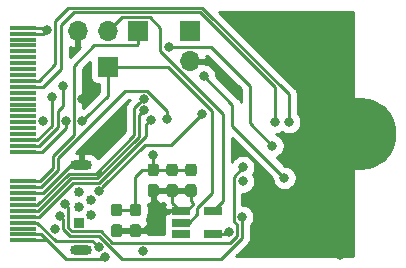
<source format=gbr>
G04 #@! TF.GenerationSoftware,KiCad,Pcbnew,5.1.4-3.fc30*
G04 #@! TF.CreationDate,2019-12-03T21:39:27-05:00*
G04 #@! TF.ProjectId,librem5-m2-breakout,6c696272-656d-4352-9d6d-322d62726561,rev?*
G04 #@! TF.SameCoordinates,Original*
G04 #@! TF.FileFunction,Copper,L4,Bot*
G04 #@! TF.FilePolarity,Positive*
%FSLAX46Y46*%
G04 Gerber Fmt 4.6, Leading zero omitted, Abs format (unit mm)*
G04 Created by KiCad (PCBNEW 5.1.4-3.fc30) date 2019-12-03 21:39:27*
%MOMM*%
%LPD*%
G04 APERTURE LIST*
%ADD10R,1.700000X1.700000*%
%ADD11O,1.700000X1.700000*%
%ADD12C,0.100000*%
%ADD13C,0.950000*%
%ADD14C,6.150000*%
%ADD15R,2.200000X0.350000*%
%ADD16R,1.560000X0.650000*%
%ADD17R,0.840000X0.840000*%
%ADD18C,0.840000*%
%ADD19O,1.850000X0.850000*%
%ADD20C,0.800000*%
%ADD21C,0.250000*%
%ADD22C,0.254000*%
G04 APERTURE END LIST*
D10*
X130000000Y-86300000D03*
D11*
X127460000Y-86300000D03*
X124920000Y-86300000D03*
D10*
X127460000Y-89300000D03*
D12*
G36*
X130060779Y-100901144D02*
G01*
X130083834Y-100904563D01*
X130106443Y-100910227D01*
X130128387Y-100918079D01*
X130149457Y-100928044D01*
X130169448Y-100940026D01*
X130188168Y-100953910D01*
X130205438Y-100969562D01*
X130221090Y-100986832D01*
X130234974Y-101005552D01*
X130246956Y-101025543D01*
X130256921Y-101046613D01*
X130264773Y-101068557D01*
X130270437Y-101091166D01*
X130273856Y-101114221D01*
X130275000Y-101137500D01*
X130275000Y-101712500D01*
X130273856Y-101735779D01*
X130270437Y-101758834D01*
X130264773Y-101781443D01*
X130256921Y-101803387D01*
X130246956Y-101824457D01*
X130234974Y-101844448D01*
X130221090Y-101863168D01*
X130205438Y-101880438D01*
X130188168Y-101896090D01*
X130169448Y-101909974D01*
X130149457Y-101921956D01*
X130128387Y-101931921D01*
X130106443Y-101939773D01*
X130083834Y-101945437D01*
X130060779Y-101948856D01*
X130037500Y-101950000D01*
X129562500Y-101950000D01*
X129539221Y-101948856D01*
X129516166Y-101945437D01*
X129493557Y-101939773D01*
X129471613Y-101931921D01*
X129450543Y-101921956D01*
X129430552Y-101909974D01*
X129411832Y-101896090D01*
X129394562Y-101880438D01*
X129378910Y-101863168D01*
X129365026Y-101844448D01*
X129353044Y-101824457D01*
X129343079Y-101803387D01*
X129335227Y-101781443D01*
X129329563Y-101758834D01*
X129326144Y-101735779D01*
X129325000Y-101712500D01*
X129325000Y-101137500D01*
X129326144Y-101114221D01*
X129329563Y-101091166D01*
X129335227Y-101068557D01*
X129343079Y-101046613D01*
X129353044Y-101025543D01*
X129365026Y-101005552D01*
X129378910Y-100986832D01*
X129394562Y-100969562D01*
X129411832Y-100953910D01*
X129430552Y-100940026D01*
X129450543Y-100928044D01*
X129471613Y-100918079D01*
X129493557Y-100910227D01*
X129516166Y-100904563D01*
X129539221Y-100901144D01*
X129562500Y-100900000D01*
X130037500Y-100900000D01*
X130060779Y-100901144D01*
X130060779Y-100901144D01*
G37*
D13*
X129800000Y-101425000D03*
D12*
G36*
X130060779Y-102651144D02*
G01*
X130083834Y-102654563D01*
X130106443Y-102660227D01*
X130128387Y-102668079D01*
X130149457Y-102678044D01*
X130169448Y-102690026D01*
X130188168Y-102703910D01*
X130205438Y-102719562D01*
X130221090Y-102736832D01*
X130234974Y-102755552D01*
X130246956Y-102775543D01*
X130256921Y-102796613D01*
X130264773Y-102818557D01*
X130270437Y-102841166D01*
X130273856Y-102864221D01*
X130275000Y-102887500D01*
X130275000Y-103462500D01*
X130273856Y-103485779D01*
X130270437Y-103508834D01*
X130264773Y-103531443D01*
X130256921Y-103553387D01*
X130246956Y-103574457D01*
X130234974Y-103594448D01*
X130221090Y-103613168D01*
X130205438Y-103630438D01*
X130188168Y-103646090D01*
X130169448Y-103659974D01*
X130149457Y-103671956D01*
X130128387Y-103681921D01*
X130106443Y-103689773D01*
X130083834Y-103695437D01*
X130060779Y-103698856D01*
X130037500Y-103700000D01*
X129562500Y-103700000D01*
X129539221Y-103698856D01*
X129516166Y-103695437D01*
X129493557Y-103689773D01*
X129471613Y-103681921D01*
X129450543Y-103671956D01*
X129430552Y-103659974D01*
X129411832Y-103646090D01*
X129394562Y-103630438D01*
X129378910Y-103613168D01*
X129365026Y-103594448D01*
X129353044Y-103574457D01*
X129343079Y-103553387D01*
X129335227Y-103531443D01*
X129329563Y-103508834D01*
X129326144Y-103485779D01*
X129325000Y-103462500D01*
X129325000Y-102887500D01*
X129326144Y-102864221D01*
X129329563Y-102841166D01*
X129335227Y-102818557D01*
X129343079Y-102796613D01*
X129353044Y-102775543D01*
X129365026Y-102755552D01*
X129378910Y-102736832D01*
X129394562Y-102719562D01*
X129411832Y-102703910D01*
X129430552Y-102690026D01*
X129450543Y-102678044D01*
X129471613Y-102668079D01*
X129493557Y-102660227D01*
X129516166Y-102654563D01*
X129539221Y-102651144D01*
X129562500Y-102650000D01*
X130037500Y-102650000D01*
X130060779Y-102651144D01*
X130060779Y-102651144D01*
G37*
D13*
X129800000Y-103175000D03*
D12*
G36*
X128460779Y-102651144D02*
G01*
X128483834Y-102654563D01*
X128506443Y-102660227D01*
X128528387Y-102668079D01*
X128549457Y-102678044D01*
X128569448Y-102690026D01*
X128588168Y-102703910D01*
X128605438Y-102719562D01*
X128621090Y-102736832D01*
X128634974Y-102755552D01*
X128646956Y-102775543D01*
X128656921Y-102796613D01*
X128664773Y-102818557D01*
X128670437Y-102841166D01*
X128673856Y-102864221D01*
X128675000Y-102887500D01*
X128675000Y-103462500D01*
X128673856Y-103485779D01*
X128670437Y-103508834D01*
X128664773Y-103531443D01*
X128656921Y-103553387D01*
X128646956Y-103574457D01*
X128634974Y-103594448D01*
X128621090Y-103613168D01*
X128605438Y-103630438D01*
X128588168Y-103646090D01*
X128569448Y-103659974D01*
X128549457Y-103671956D01*
X128528387Y-103681921D01*
X128506443Y-103689773D01*
X128483834Y-103695437D01*
X128460779Y-103698856D01*
X128437500Y-103700000D01*
X127962500Y-103700000D01*
X127939221Y-103698856D01*
X127916166Y-103695437D01*
X127893557Y-103689773D01*
X127871613Y-103681921D01*
X127850543Y-103671956D01*
X127830552Y-103659974D01*
X127811832Y-103646090D01*
X127794562Y-103630438D01*
X127778910Y-103613168D01*
X127765026Y-103594448D01*
X127753044Y-103574457D01*
X127743079Y-103553387D01*
X127735227Y-103531443D01*
X127729563Y-103508834D01*
X127726144Y-103485779D01*
X127725000Y-103462500D01*
X127725000Y-102887500D01*
X127726144Y-102864221D01*
X127729563Y-102841166D01*
X127735227Y-102818557D01*
X127743079Y-102796613D01*
X127753044Y-102775543D01*
X127765026Y-102755552D01*
X127778910Y-102736832D01*
X127794562Y-102719562D01*
X127811832Y-102703910D01*
X127830552Y-102690026D01*
X127850543Y-102678044D01*
X127871613Y-102668079D01*
X127893557Y-102660227D01*
X127916166Y-102654563D01*
X127939221Y-102651144D01*
X127962500Y-102650000D01*
X128437500Y-102650000D01*
X128460779Y-102651144D01*
X128460779Y-102651144D01*
G37*
D13*
X128200000Y-103175000D03*
D12*
G36*
X128460779Y-100901144D02*
G01*
X128483834Y-100904563D01*
X128506443Y-100910227D01*
X128528387Y-100918079D01*
X128549457Y-100928044D01*
X128569448Y-100940026D01*
X128588168Y-100953910D01*
X128605438Y-100969562D01*
X128621090Y-100986832D01*
X128634974Y-101005552D01*
X128646956Y-101025543D01*
X128656921Y-101046613D01*
X128664773Y-101068557D01*
X128670437Y-101091166D01*
X128673856Y-101114221D01*
X128675000Y-101137500D01*
X128675000Y-101712500D01*
X128673856Y-101735779D01*
X128670437Y-101758834D01*
X128664773Y-101781443D01*
X128656921Y-101803387D01*
X128646956Y-101824457D01*
X128634974Y-101844448D01*
X128621090Y-101863168D01*
X128605438Y-101880438D01*
X128588168Y-101896090D01*
X128569448Y-101909974D01*
X128549457Y-101921956D01*
X128528387Y-101931921D01*
X128506443Y-101939773D01*
X128483834Y-101945437D01*
X128460779Y-101948856D01*
X128437500Y-101950000D01*
X127962500Y-101950000D01*
X127939221Y-101948856D01*
X127916166Y-101945437D01*
X127893557Y-101939773D01*
X127871613Y-101931921D01*
X127850543Y-101921956D01*
X127830552Y-101909974D01*
X127811832Y-101896090D01*
X127794562Y-101880438D01*
X127778910Y-101863168D01*
X127765026Y-101844448D01*
X127753044Y-101824457D01*
X127743079Y-101803387D01*
X127735227Y-101781443D01*
X127729563Y-101758834D01*
X127726144Y-101735779D01*
X127725000Y-101712500D01*
X127725000Y-101137500D01*
X127726144Y-101114221D01*
X127729563Y-101091166D01*
X127735227Y-101068557D01*
X127743079Y-101046613D01*
X127753044Y-101025543D01*
X127765026Y-101005552D01*
X127778910Y-100986832D01*
X127794562Y-100969562D01*
X127811832Y-100953910D01*
X127830552Y-100940026D01*
X127850543Y-100928044D01*
X127871613Y-100918079D01*
X127893557Y-100910227D01*
X127916166Y-100904563D01*
X127939221Y-100901144D01*
X127962500Y-100900000D01*
X128437500Y-100900000D01*
X128460779Y-100901144D01*
X128460779Y-100901144D01*
G37*
D13*
X128200000Y-101425000D03*
D12*
G36*
X133160779Y-99251144D02*
G01*
X133183834Y-99254563D01*
X133206443Y-99260227D01*
X133228387Y-99268079D01*
X133249457Y-99278044D01*
X133269448Y-99290026D01*
X133288168Y-99303910D01*
X133305438Y-99319562D01*
X133321090Y-99336832D01*
X133334974Y-99355552D01*
X133346956Y-99375543D01*
X133356921Y-99396613D01*
X133364773Y-99418557D01*
X133370437Y-99441166D01*
X133373856Y-99464221D01*
X133375000Y-99487500D01*
X133375000Y-100062500D01*
X133373856Y-100085779D01*
X133370437Y-100108834D01*
X133364773Y-100131443D01*
X133356921Y-100153387D01*
X133346956Y-100174457D01*
X133334974Y-100194448D01*
X133321090Y-100213168D01*
X133305438Y-100230438D01*
X133288168Y-100246090D01*
X133269448Y-100259974D01*
X133249457Y-100271956D01*
X133228387Y-100281921D01*
X133206443Y-100289773D01*
X133183834Y-100295437D01*
X133160779Y-100298856D01*
X133137500Y-100300000D01*
X132662500Y-100300000D01*
X132639221Y-100298856D01*
X132616166Y-100295437D01*
X132593557Y-100289773D01*
X132571613Y-100281921D01*
X132550543Y-100271956D01*
X132530552Y-100259974D01*
X132511832Y-100246090D01*
X132494562Y-100230438D01*
X132478910Y-100213168D01*
X132465026Y-100194448D01*
X132453044Y-100174457D01*
X132443079Y-100153387D01*
X132435227Y-100131443D01*
X132429563Y-100108834D01*
X132426144Y-100085779D01*
X132425000Y-100062500D01*
X132425000Y-99487500D01*
X132426144Y-99464221D01*
X132429563Y-99441166D01*
X132435227Y-99418557D01*
X132443079Y-99396613D01*
X132453044Y-99375543D01*
X132465026Y-99355552D01*
X132478910Y-99336832D01*
X132494562Y-99319562D01*
X132511832Y-99303910D01*
X132530552Y-99290026D01*
X132550543Y-99278044D01*
X132571613Y-99268079D01*
X132593557Y-99260227D01*
X132616166Y-99254563D01*
X132639221Y-99251144D01*
X132662500Y-99250000D01*
X133137500Y-99250000D01*
X133160779Y-99251144D01*
X133160779Y-99251144D01*
G37*
D13*
X132900000Y-99775000D03*
D12*
G36*
X133160779Y-97501144D02*
G01*
X133183834Y-97504563D01*
X133206443Y-97510227D01*
X133228387Y-97518079D01*
X133249457Y-97528044D01*
X133269448Y-97540026D01*
X133288168Y-97553910D01*
X133305438Y-97569562D01*
X133321090Y-97586832D01*
X133334974Y-97605552D01*
X133346956Y-97625543D01*
X133356921Y-97646613D01*
X133364773Y-97668557D01*
X133370437Y-97691166D01*
X133373856Y-97714221D01*
X133375000Y-97737500D01*
X133375000Y-98312500D01*
X133373856Y-98335779D01*
X133370437Y-98358834D01*
X133364773Y-98381443D01*
X133356921Y-98403387D01*
X133346956Y-98424457D01*
X133334974Y-98444448D01*
X133321090Y-98463168D01*
X133305438Y-98480438D01*
X133288168Y-98496090D01*
X133269448Y-98509974D01*
X133249457Y-98521956D01*
X133228387Y-98531921D01*
X133206443Y-98539773D01*
X133183834Y-98545437D01*
X133160779Y-98548856D01*
X133137500Y-98550000D01*
X132662500Y-98550000D01*
X132639221Y-98548856D01*
X132616166Y-98545437D01*
X132593557Y-98539773D01*
X132571613Y-98531921D01*
X132550543Y-98521956D01*
X132530552Y-98509974D01*
X132511832Y-98496090D01*
X132494562Y-98480438D01*
X132478910Y-98463168D01*
X132465026Y-98444448D01*
X132453044Y-98424457D01*
X132443079Y-98403387D01*
X132435227Y-98381443D01*
X132429563Y-98358834D01*
X132426144Y-98335779D01*
X132425000Y-98312500D01*
X132425000Y-97737500D01*
X132426144Y-97714221D01*
X132429563Y-97691166D01*
X132435227Y-97668557D01*
X132443079Y-97646613D01*
X132453044Y-97625543D01*
X132465026Y-97605552D01*
X132478910Y-97586832D01*
X132494562Y-97569562D01*
X132511832Y-97553910D01*
X132530552Y-97540026D01*
X132550543Y-97528044D01*
X132571613Y-97518079D01*
X132593557Y-97510227D01*
X132616166Y-97504563D01*
X132639221Y-97501144D01*
X132662500Y-97500000D01*
X133137500Y-97500000D01*
X133160779Y-97501144D01*
X133160779Y-97501144D01*
G37*
D13*
X132900000Y-98025000D03*
D12*
G36*
X131560779Y-99251144D02*
G01*
X131583834Y-99254563D01*
X131606443Y-99260227D01*
X131628387Y-99268079D01*
X131649457Y-99278044D01*
X131669448Y-99290026D01*
X131688168Y-99303910D01*
X131705438Y-99319562D01*
X131721090Y-99336832D01*
X131734974Y-99355552D01*
X131746956Y-99375543D01*
X131756921Y-99396613D01*
X131764773Y-99418557D01*
X131770437Y-99441166D01*
X131773856Y-99464221D01*
X131775000Y-99487500D01*
X131775000Y-100062500D01*
X131773856Y-100085779D01*
X131770437Y-100108834D01*
X131764773Y-100131443D01*
X131756921Y-100153387D01*
X131746956Y-100174457D01*
X131734974Y-100194448D01*
X131721090Y-100213168D01*
X131705438Y-100230438D01*
X131688168Y-100246090D01*
X131669448Y-100259974D01*
X131649457Y-100271956D01*
X131628387Y-100281921D01*
X131606443Y-100289773D01*
X131583834Y-100295437D01*
X131560779Y-100298856D01*
X131537500Y-100300000D01*
X131062500Y-100300000D01*
X131039221Y-100298856D01*
X131016166Y-100295437D01*
X130993557Y-100289773D01*
X130971613Y-100281921D01*
X130950543Y-100271956D01*
X130930552Y-100259974D01*
X130911832Y-100246090D01*
X130894562Y-100230438D01*
X130878910Y-100213168D01*
X130865026Y-100194448D01*
X130853044Y-100174457D01*
X130843079Y-100153387D01*
X130835227Y-100131443D01*
X130829563Y-100108834D01*
X130826144Y-100085779D01*
X130825000Y-100062500D01*
X130825000Y-99487500D01*
X130826144Y-99464221D01*
X130829563Y-99441166D01*
X130835227Y-99418557D01*
X130843079Y-99396613D01*
X130853044Y-99375543D01*
X130865026Y-99355552D01*
X130878910Y-99336832D01*
X130894562Y-99319562D01*
X130911832Y-99303910D01*
X130930552Y-99290026D01*
X130950543Y-99278044D01*
X130971613Y-99268079D01*
X130993557Y-99260227D01*
X131016166Y-99254563D01*
X131039221Y-99251144D01*
X131062500Y-99250000D01*
X131537500Y-99250000D01*
X131560779Y-99251144D01*
X131560779Y-99251144D01*
G37*
D13*
X131300000Y-99775000D03*
D12*
G36*
X131560779Y-97501144D02*
G01*
X131583834Y-97504563D01*
X131606443Y-97510227D01*
X131628387Y-97518079D01*
X131649457Y-97528044D01*
X131669448Y-97540026D01*
X131688168Y-97553910D01*
X131705438Y-97569562D01*
X131721090Y-97586832D01*
X131734974Y-97605552D01*
X131746956Y-97625543D01*
X131756921Y-97646613D01*
X131764773Y-97668557D01*
X131770437Y-97691166D01*
X131773856Y-97714221D01*
X131775000Y-97737500D01*
X131775000Y-98312500D01*
X131773856Y-98335779D01*
X131770437Y-98358834D01*
X131764773Y-98381443D01*
X131756921Y-98403387D01*
X131746956Y-98424457D01*
X131734974Y-98444448D01*
X131721090Y-98463168D01*
X131705438Y-98480438D01*
X131688168Y-98496090D01*
X131669448Y-98509974D01*
X131649457Y-98521956D01*
X131628387Y-98531921D01*
X131606443Y-98539773D01*
X131583834Y-98545437D01*
X131560779Y-98548856D01*
X131537500Y-98550000D01*
X131062500Y-98550000D01*
X131039221Y-98548856D01*
X131016166Y-98545437D01*
X130993557Y-98539773D01*
X130971613Y-98531921D01*
X130950543Y-98521956D01*
X130930552Y-98509974D01*
X130911832Y-98496090D01*
X130894562Y-98480438D01*
X130878910Y-98463168D01*
X130865026Y-98444448D01*
X130853044Y-98424457D01*
X130843079Y-98403387D01*
X130835227Y-98381443D01*
X130829563Y-98358834D01*
X130826144Y-98335779D01*
X130825000Y-98312500D01*
X130825000Y-97737500D01*
X130826144Y-97714221D01*
X130829563Y-97691166D01*
X130835227Y-97668557D01*
X130843079Y-97646613D01*
X130853044Y-97625543D01*
X130865026Y-97605552D01*
X130878910Y-97586832D01*
X130894562Y-97569562D01*
X130911832Y-97553910D01*
X130930552Y-97540026D01*
X130950543Y-97528044D01*
X130971613Y-97518079D01*
X130993557Y-97510227D01*
X131016166Y-97504563D01*
X131039221Y-97501144D01*
X131062500Y-97500000D01*
X131537500Y-97500000D01*
X131560779Y-97501144D01*
X131560779Y-97501144D01*
G37*
D13*
X131300000Y-98025000D03*
D12*
G36*
X134760779Y-97501144D02*
G01*
X134783834Y-97504563D01*
X134806443Y-97510227D01*
X134828387Y-97518079D01*
X134849457Y-97528044D01*
X134869448Y-97540026D01*
X134888168Y-97553910D01*
X134905438Y-97569562D01*
X134921090Y-97586832D01*
X134934974Y-97605552D01*
X134946956Y-97625543D01*
X134956921Y-97646613D01*
X134964773Y-97668557D01*
X134970437Y-97691166D01*
X134973856Y-97714221D01*
X134975000Y-97737500D01*
X134975000Y-98312500D01*
X134973856Y-98335779D01*
X134970437Y-98358834D01*
X134964773Y-98381443D01*
X134956921Y-98403387D01*
X134946956Y-98424457D01*
X134934974Y-98444448D01*
X134921090Y-98463168D01*
X134905438Y-98480438D01*
X134888168Y-98496090D01*
X134869448Y-98509974D01*
X134849457Y-98521956D01*
X134828387Y-98531921D01*
X134806443Y-98539773D01*
X134783834Y-98545437D01*
X134760779Y-98548856D01*
X134737500Y-98550000D01*
X134262500Y-98550000D01*
X134239221Y-98548856D01*
X134216166Y-98545437D01*
X134193557Y-98539773D01*
X134171613Y-98531921D01*
X134150543Y-98521956D01*
X134130552Y-98509974D01*
X134111832Y-98496090D01*
X134094562Y-98480438D01*
X134078910Y-98463168D01*
X134065026Y-98444448D01*
X134053044Y-98424457D01*
X134043079Y-98403387D01*
X134035227Y-98381443D01*
X134029563Y-98358834D01*
X134026144Y-98335779D01*
X134025000Y-98312500D01*
X134025000Y-97737500D01*
X134026144Y-97714221D01*
X134029563Y-97691166D01*
X134035227Y-97668557D01*
X134043079Y-97646613D01*
X134053044Y-97625543D01*
X134065026Y-97605552D01*
X134078910Y-97586832D01*
X134094562Y-97569562D01*
X134111832Y-97553910D01*
X134130552Y-97540026D01*
X134150543Y-97528044D01*
X134171613Y-97518079D01*
X134193557Y-97510227D01*
X134216166Y-97504563D01*
X134239221Y-97501144D01*
X134262500Y-97500000D01*
X134737500Y-97500000D01*
X134760779Y-97501144D01*
X134760779Y-97501144D01*
G37*
D13*
X134500000Y-98025000D03*
D12*
G36*
X134760779Y-99251144D02*
G01*
X134783834Y-99254563D01*
X134806443Y-99260227D01*
X134828387Y-99268079D01*
X134849457Y-99278044D01*
X134869448Y-99290026D01*
X134888168Y-99303910D01*
X134905438Y-99319562D01*
X134921090Y-99336832D01*
X134934974Y-99355552D01*
X134946956Y-99375543D01*
X134956921Y-99396613D01*
X134964773Y-99418557D01*
X134970437Y-99441166D01*
X134973856Y-99464221D01*
X134975000Y-99487500D01*
X134975000Y-100062500D01*
X134973856Y-100085779D01*
X134970437Y-100108834D01*
X134964773Y-100131443D01*
X134956921Y-100153387D01*
X134946956Y-100174457D01*
X134934974Y-100194448D01*
X134921090Y-100213168D01*
X134905438Y-100230438D01*
X134888168Y-100246090D01*
X134869448Y-100259974D01*
X134849457Y-100271956D01*
X134828387Y-100281921D01*
X134806443Y-100289773D01*
X134783834Y-100295437D01*
X134760779Y-100298856D01*
X134737500Y-100300000D01*
X134262500Y-100300000D01*
X134239221Y-100298856D01*
X134216166Y-100295437D01*
X134193557Y-100289773D01*
X134171613Y-100281921D01*
X134150543Y-100271956D01*
X134130552Y-100259974D01*
X134111832Y-100246090D01*
X134094562Y-100230438D01*
X134078910Y-100213168D01*
X134065026Y-100194448D01*
X134053044Y-100174457D01*
X134043079Y-100153387D01*
X134035227Y-100131443D01*
X134029563Y-100108834D01*
X134026144Y-100085779D01*
X134025000Y-100062500D01*
X134025000Y-99487500D01*
X134026144Y-99464221D01*
X134029563Y-99441166D01*
X134035227Y-99418557D01*
X134043079Y-99396613D01*
X134053044Y-99375543D01*
X134065026Y-99355552D01*
X134078910Y-99336832D01*
X134094562Y-99319562D01*
X134111832Y-99303910D01*
X134130552Y-99290026D01*
X134150543Y-99278044D01*
X134171613Y-99268079D01*
X134193557Y-99260227D01*
X134216166Y-99254563D01*
X134239221Y-99251144D01*
X134262500Y-99250000D01*
X134737500Y-99250000D01*
X134760779Y-99251144D01*
X134760779Y-99251144D01*
G37*
D13*
X134500000Y-99775000D03*
D14*
X148850000Y-95000000D03*
D15*
X120250000Y-104000000D03*
X120250000Y-103500000D03*
X120250000Y-103000000D03*
X120250000Y-102500000D03*
X120250000Y-102000000D03*
X120250000Y-99500000D03*
X120250000Y-99000000D03*
X120250000Y-96500000D03*
X120250000Y-96000000D03*
X120250000Y-95500000D03*
X120250000Y-95000000D03*
X120250000Y-94500000D03*
X120250000Y-94000000D03*
X120250000Y-93500000D03*
X120250000Y-93000000D03*
X120250000Y-92500000D03*
X120250000Y-92000000D03*
X120250000Y-91500000D03*
X120250000Y-91000000D03*
X120250000Y-90500000D03*
X120250000Y-90000000D03*
X120250000Y-89500000D03*
X120250000Y-89000000D03*
X120250000Y-88500000D03*
X120250000Y-88000000D03*
X120250000Y-87500000D03*
X120250000Y-87000000D03*
X120250000Y-86500000D03*
X120250000Y-86000000D03*
X120250000Y-100500000D03*
X120250000Y-101500000D03*
X120250000Y-101000000D03*
X120250000Y-100000000D03*
D11*
X134400000Y-88840000D03*
D10*
X134400000Y-86300000D03*
D16*
X133650000Y-103450000D03*
X133650000Y-102500000D03*
X133650000Y-101550000D03*
X136350000Y-101550000D03*
X136350000Y-103450000D03*
D17*
X125000000Y-102500000D03*
D18*
X126000000Y-101850000D03*
X125000000Y-101200000D03*
X126000000Y-100550000D03*
X125000000Y-99900000D03*
D19*
X125220000Y-104775000D03*
X125220000Y-97625000D03*
D20*
X122300000Y-86200000D03*
X138900000Y-99000000D03*
X131300000Y-96800000D03*
X127200000Y-105400000D03*
X137724990Y-103289853D03*
X144400000Y-91100000D03*
X147100000Y-105200000D03*
X139900000Y-104200000D03*
X142400000Y-101300000D03*
X125300000Y-92000000D03*
X130400000Y-104875000D03*
X143200000Y-89600000D03*
X123000000Y-103000016D03*
X122000000Y-93900000D03*
X131300000Y-102250000D03*
X138800000Y-102000000D03*
X123400000Y-101900000D03*
X138900000Y-97800000D03*
X123799996Y-100900000D03*
X135600000Y-90100000D03*
X142400000Y-98700000D03*
X141400000Y-96000000D03*
X132600000Y-87600000D03*
X135400000Y-93300000D03*
X126696500Y-104594400D03*
X126674979Y-99825000D03*
X131100000Y-93774980D03*
X132500000Y-93700000D03*
X123900000Y-93900016D03*
X125300000Y-93900000D03*
X123700000Y-90900000D03*
X122700004Y-91900000D03*
X141600000Y-93975000D03*
X142800000Y-94000000D03*
X130500008Y-93000000D03*
X130500000Y-91999998D03*
D21*
X128200000Y-101425000D02*
X129800000Y-101425000D01*
X129800000Y-101425000D02*
X129800000Y-98600000D01*
X130375000Y-98025000D02*
X131300000Y-98025000D01*
X129800000Y-98600000D02*
X130375000Y-98025000D01*
X131300000Y-98025000D02*
X132900000Y-98025000D01*
X132900000Y-98025000D02*
X134500000Y-98025000D01*
X120250000Y-86500000D02*
X122000000Y-86500000D01*
X122000000Y-86500000D02*
X122300000Y-86200000D01*
X120250000Y-86000000D02*
X122100000Y-86000000D01*
X122100000Y-86000000D02*
X122300000Y-86200000D01*
X131300000Y-98025000D02*
X131300000Y-96800000D01*
X120250000Y-103500000D02*
X121800000Y-103500000D01*
X121800000Y-103500000D02*
X122300000Y-104000000D01*
X127000000Y-105600000D02*
X127200000Y-105400000D01*
X122300000Y-104000000D02*
X123900000Y-105600000D01*
X123900000Y-105600000D02*
X127000000Y-105600000D01*
X122300000Y-104000000D02*
X120250000Y-104000000D01*
X136350000Y-103450000D02*
X137564843Y-103450000D01*
X137564843Y-103450000D02*
X137724990Y-103289853D01*
X129800000Y-103175000D02*
X128200000Y-103175000D01*
X134500000Y-99775000D02*
X131300000Y-99775000D01*
X132900000Y-100800000D02*
X133650000Y-101550000D01*
X132900000Y-99775000D02*
X132900000Y-100800000D01*
X134105000Y-101550000D02*
X133650000Y-101550000D01*
X134680000Y-100880000D02*
X134680000Y-100975000D01*
X134680000Y-100975000D02*
X134105000Y-101550000D01*
X134500000Y-100700000D02*
X134680000Y-100880000D01*
X134500000Y-99775000D02*
X134500000Y-100700000D01*
X132620000Y-101550000D02*
X133650000Y-101550000D01*
X132450000Y-101550000D02*
X132620000Y-101550000D01*
X131300000Y-100400000D02*
X132450000Y-101550000D01*
X131300000Y-99775000D02*
X131300000Y-100400000D01*
X124309302Y-97625000D02*
X125220000Y-97625000D01*
X121934302Y-100000000D02*
X124309302Y-97625000D01*
X120250000Y-100000000D02*
X121934302Y-100000000D01*
X130375000Y-103175000D02*
X131300000Y-102250000D01*
X131300000Y-102250000D02*
X131300000Y-100400000D01*
X129800000Y-103175000D02*
X130375000Y-103175000D01*
X124250011Y-103650011D02*
X123675001Y-103075001D01*
X123675001Y-103075001D02*
X123675001Y-102175001D01*
X126706813Y-103650011D02*
X124250011Y-103650011D01*
X123675001Y-102175001D02*
X123400000Y-101900000D01*
X128656802Y-105600000D02*
X126706813Y-103650011D01*
X138800000Y-103800000D02*
X137000000Y-105600000D01*
X137000000Y-105600000D02*
X128656802Y-105600000D01*
X138800000Y-102000000D02*
X138800000Y-103800000D01*
X138900000Y-97800000D02*
X138100000Y-98600000D01*
X124100000Y-101200004D02*
X123799996Y-100900000D01*
X138100000Y-98600000D02*
X138100000Y-101900000D01*
X138100000Y-102400000D02*
X138399990Y-102699990D01*
X138100000Y-101900000D02*
X138100000Y-102400000D01*
X137834302Y-104200000D02*
X127822502Y-104200000D01*
X138399990Y-103634312D02*
X137834302Y-104200000D01*
X124100000Y-102917150D02*
X124100000Y-101200004D01*
X127822502Y-104200000D02*
X126872502Y-103250000D01*
X138399990Y-102699990D02*
X138399990Y-103634312D01*
X126872502Y-103250000D02*
X124432850Y-103250000D01*
X138100000Y-101900000D02*
X138100000Y-102200000D01*
X124432850Y-103250000D02*
X124100000Y-102917150D01*
X138000000Y-94300000D02*
X142400000Y-98700000D01*
X135600000Y-90100000D02*
X138000000Y-92500000D01*
X138000000Y-92500000D02*
X138000000Y-94300000D01*
X139500000Y-94100000D02*
X139500000Y-90900000D01*
X141400000Y-96000000D02*
X139500000Y-94100000D01*
X139500000Y-90900000D02*
X136200000Y-87600000D01*
X136200000Y-87600000D02*
X132600000Y-87600000D01*
X126152122Y-104050022D02*
X126696500Y-104594400D01*
X123050022Y-104050022D02*
X126152122Y-104050022D01*
X121500000Y-102500000D02*
X123050022Y-104050022D01*
X120250000Y-102500000D02*
X121500000Y-102500000D01*
X130599979Y-95900000D02*
X127074978Y-99425001D01*
X127074978Y-99425001D02*
X126674979Y-99825000D01*
X135400000Y-93300000D02*
X132800000Y-95900000D01*
X132800000Y-95900000D02*
X130599979Y-95900000D01*
X130700001Y-94174979D02*
X131100000Y-93774980D01*
X126750000Y-99150000D02*
X130700001Y-95199999D01*
X124481400Y-99150000D02*
X126750000Y-99150000D01*
X121631400Y-102000000D02*
X124481400Y-99150000D01*
X130700001Y-95199999D02*
X130700001Y-94174979D01*
X120250000Y-102000000D02*
X121631400Y-102000000D01*
X132500000Y-93134315D02*
X132500000Y-93700000D01*
X121765700Y-99500000D02*
X123200000Y-98065700D01*
X120250000Y-99500000D02*
X121765700Y-99500000D01*
X123200000Y-98065700D02*
X123200000Y-97023637D01*
X132500000Y-93034327D02*
X132500000Y-93134315D01*
X130790670Y-91324997D02*
X132500000Y-93034327D01*
X128898640Y-91324997D02*
X130790670Y-91324997D01*
X123200000Y-97023637D02*
X128898640Y-91324997D01*
X130000000Y-87400000D02*
X130000000Y-86300000D01*
X126300000Y-87500000D02*
X129900000Y-87500000D01*
X129900000Y-87500000D02*
X130000000Y-87400000D01*
X124600000Y-89200000D02*
X126300000Y-87500000D01*
X121700000Y-99000000D02*
X122800000Y-97900000D01*
X120250000Y-99000000D02*
X121700000Y-99000000D01*
X122800000Y-97900000D02*
X122800000Y-96857937D01*
X122800000Y-96857937D02*
X124600000Y-95057937D01*
X124600000Y-95057937D02*
X124600000Y-89200000D01*
X134300002Y-102500000D02*
X135000000Y-101800002D01*
X136300000Y-93050498D02*
X132549502Y-89300000D01*
X133650000Y-102500000D02*
X134300002Y-102500000D01*
X135000000Y-101800002D02*
X135000000Y-101300000D01*
X132549502Y-89300000D02*
X127460000Y-89300000D01*
X135000000Y-101300000D02*
X136300000Y-100000000D01*
X136300000Y-100000000D02*
X136300000Y-93050498D01*
X120250000Y-96500000D02*
X121865701Y-96500000D01*
X125699999Y-93500001D02*
X125300000Y-93900000D01*
X127460000Y-91740000D02*
X125699999Y-93500001D01*
X127460000Y-89300000D02*
X127460000Y-91740000D01*
X123900000Y-94465701D02*
X123900000Y-93900016D01*
X121865701Y-96500000D02*
X123900000Y-94465701D01*
X123224999Y-94375001D02*
X123224999Y-93075999D01*
X121600000Y-96000000D02*
X123224999Y-94375001D01*
X120250000Y-96000000D02*
X121600000Y-96000000D01*
X123700000Y-92600998D02*
X123700000Y-91465685D01*
X123224999Y-93075999D02*
X123700000Y-92600998D01*
X123700000Y-91465685D02*
X123700000Y-90900000D01*
X121480410Y-95500000D02*
X122700004Y-94280406D01*
X122700004Y-94280406D02*
X122700004Y-92199996D01*
X120250000Y-95500000D02*
X121480410Y-95500000D01*
X122700004Y-92199996D02*
X122700004Y-91900000D01*
X122000000Y-91000000D02*
X123500000Y-89500000D01*
X141600000Y-91004998D02*
X141600000Y-93975000D01*
X120250000Y-91000000D02*
X122000000Y-91000000D01*
X123500000Y-85800000D02*
X124600000Y-84700000D01*
X135295002Y-84700000D02*
X141600000Y-91004998D01*
X124600000Y-84700000D02*
X135295002Y-84700000D01*
X123500000Y-89500000D02*
X123500000Y-85800000D01*
X121600000Y-90500000D02*
X120250000Y-90500000D01*
X123000000Y-85400000D02*
X123000000Y-89100000D01*
X142800000Y-94000000D02*
X142800000Y-91639300D01*
X123000000Y-89100000D02*
X121600000Y-90500000D01*
X135460700Y-84300000D02*
X124100000Y-84300000D01*
X142800000Y-91639300D02*
X135460700Y-84300000D01*
X124100000Y-84300000D02*
X123000000Y-85400000D01*
X120250000Y-101500000D02*
X121565700Y-101500000D01*
X121565700Y-101500000D02*
X124315711Y-98749989D01*
X126584311Y-98749989D02*
X130100009Y-95234291D01*
X124315711Y-98749989D02*
X126584311Y-98749989D01*
X130100009Y-95234291D02*
X130100009Y-93399999D01*
X130100009Y-93399999D02*
X130500008Y-93000000D01*
X121500000Y-101000000D02*
X124150022Y-98349978D01*
X129699998Y-95068602D02*
X129699999Y-92799999D01*
X130100001Y-92399997D02*
X130500000Y-91999998D01*
X120250000Y-101000000D02*
X121500000Y-101000000D01*
X126418622Y-98349978D02*
X129699998Y-95068602D01*
X124150022Y-98349978D02*
X126418622Y-98349978D01*
X129699999Y-92799999D02*
X130100001Y-92399997D01*
X137200000Y-100700000D02*
X136350000Y-101550000D01*
X128660000Y-85100000D02*
X130995002Y-85100000D01*
X137200000Y-93300000D02*
X137200000Y-100700000D01*
X127460000Y-86300000D02*
X128660000Y-85100000D01*
X131900000Y-86004998D02*
X131900000Y-88000000D01*
X130995002Y-85100000D02*
X131900000Y-86004998D01*
X131900000Y-88000000D02*
X137200000Y-93300000D01*
D22*
G36*
X148190000Y-105340000D02*
G01*
X138334802Y-105340000D01*
X139311008Y-104363795D01*
X139340001Y-104340001D01*
X139363795Y-104311008D01*
X139363799Y-104311004D01*
X139434973Y-104224277D01*
X139440568Y-104213810D01*
X139505546Y-104092247D01*
X139549003Y-103948986D01*
X139560000Y-103837333D01*
X139560000Y-103837324D01*
X139563676Y-103800001D01*
X139560000Y-103762678D01*
X139560000Y-102703711D01*
X139603937Y-102659774D01*
X139717205Y-102490256D01*
X139795226Y-102301898D01*
X139835000Y-102101939D01*
X139835000Y-101898061D01*
X139795226Y-101698102D01*
X139717205Y-101509744D01*
X139603937Y-101340226D01*
X139459774Y-101196063D01*
X139290256Y-101082795D01*
X139101898Y-101004774D01*
X138901939Y-100965000D01*
X138860000Y-100965000D01*
X138860000Y-100035000D01*
X139001939Y-100035000D01*
X139201898Y-99995226D01*
X139390256Y-99917205D01*
X139559774Y-99803937D01*
X139703937Y-99659774D01*
X139817205Y-99490256D01*
X139895226Y-99301898D01*
X139935000Y-99101939D01*
X139935000Y-98898061D01*
X139895226Y-98698102D01*
X139817205Y-98509744D01*
X139743877Y-98400000D01*
X139817205Y-98290256D01*
X139895226Y-98101898D01*
X139935000Y-97901939D01*
X139935000Y-97698061D01*
X139895226Y-97498102D01*
X139817205Y-97309744D01*
X139703937Y-97140226D01*
X139559774Y-96996063D01*
X139390256Y-96882795D01*
X139201898Y-96804774D01*
X139001939Y-96765000D01*
X138798061Y-96765000D01*
X138598102Y-96804774D01*
X138409744Y-96882795D01*
X138240226Y-96996063D01*
X138096063Y-97140226D01*
X137982795Y-97309744D01*
X137960000Y-97364776D01*
X137960000Y-95334801D01*
X141365000Y-98739802D01*
X141365000Y-98801939D01*
X141404774Y-99001898D01*
X141482795Y-99190256D01*
X141596063Y-99359774D01*
X141740226Y-99503937D01*
X141909744Y-99617205D01*
X142098102Y-99695226D01*
X142298061Y-99735000D01*
X142501939Y-99735000D01*
X142701898Y-99695226D01*
X142890256Y-99617205D01*
X143059774Y-99503937D01*
X143203937Y-99359774D01*
X143317205Y-99190256D01*
X143395226Y-99001898D01*
X143435000Y-98801939D01*
X143435000Y-98598061D01*
X143395226Y-98398102D01*
X143317205Y-98209744D01*
X143203937Y-98040226D01*
X143059774Y-97896063D01*
X142890256Y-97782795D01*
X142701898Y-97704774D01*
X142501939Y-97665000D01*
X142439802Y-97665000D01*
X141750073Y-96975271D01*
X141890256Y-96917205D01*
X142059774Y-96803937D01*
X142203937Y-96659774D01*
X142317205Y-96490256D01*
X142395226Y-96301898D01*
X142435000Y-96101939D01*
X142435000Y-95898061D01*
X142395226Y-95698102D01*
X142317205Y-95509744D01*
X142203937Y-95340226D01*
X142059774Y-95196063D01*
X141890256Y-95082795D01*
X141710435Y-95008310D01*
X141901898Y-94970226D01*
X142090256Y-94892205D01*
X142181292Y-94831377D01*
X142309744Y-94917205D01*
X142498102Y-94995226D01*
X142698061Y-95035000D01*
X142901939Y-95035000D01*
X143101898Y-94995226D01*
X143290256Y-94917205D01*
X143459774Y-94803937D01*
X143603937Y-94659774D01*
X143717205Y-94490256D01*
X143795226Y-94301898D01*
X143835000Y-94101939D01*
X143835000Y-93898061D01*
X143795226Y-93698102D01*
X143717205Y-93509744D01*
X143603937Y-93340226D01*
X143560000Y-93296289D01*
X143560000Y-91676633D01*
X143563677Y-91639300D01*
X143549003Y-91490314D01*
X143505546Y-91347053D01*
X143434974Y-91215024D01*
X143363799Y-91128297D01*
X143340001Y-91099299D01*
X143311003Y-91075501D01*
X136895501Y-84660000D01*
X148190001Y-84660000D01*
X148190000Y-105340000D01*
X148190000Y-105340000D01*
G37*
X148190000Y-105340000D02*
X138334802Y-105340000D01*
X139311008Y-104363795D01*
X139340001Y-104340001D01*
X139363795Y-104311008D01*
X139363799Y-104311004D01*
X139434973Y-104224277D01*
X139440568Y-104213810D01*
X139505546Y-104092247D01*
X139549003Y-103948986D01*
X139560000Y-103837333D01*
X139560000Y-103837324D01*
X139563676Y-103800001D01*
X139560000Y-103762678D01*
X139560000Y-102703711D01*
X139603937Y-102659774D01*
X139717205Y-102490256D01*
X139795226Y-102301898D01*
X139835000Y-102101939D01*
X139835000Y-101898061D01*
X139795226Y-101698102D01*
X139717205Y-101509744D01*
X139603937Y-101340226D01*
X139459774Y-101196063D01*
X139290256Y-101082795D01*
X139101898Y-101004774D01*
X138901939Y-100965000D01*
X138860000Y-100965000D01*
X138860000Y-100035000D01*
X139001939Y-100035000D01*
X139201898Y-99995226D01*
X139390256Y-99917205D01*
X139559774Y-99803937D01*
X139703937Y-99659774D01*
X139817205Y-99490256D01*
X139895226Y-99301898D01*
X139935000Y-99101939D01*
X139935000Y-98898061D01*
X139895226Y-98698102D01*
X139817205Y-98509744D01*
X139743877Y-98400000D01*
X139817205Y-98290256D01*
X139895226Y-98101898D01*
X139935000Y-97901939D01*
X139935000Y-97698061D01*
X139895226Y-97498102D01*
X139817205Y-97309744D01*
X139703937Y-97140226D01*
X139559774Y-96996063D01*
X139390256Y-96882795D01*
X139201898Y-96804774D01*
X139001939Y-96765000D01*
X138798061Y-96765000D01*
X138598102Y-96804774D01*
X138409744Y-96882795D01*
X138240226Y-96996063D01*
X138096063Y-97140226D01*
X137982795Y-97309744D01*
X137960000Y-97364776D01*
X137960000Y-95334801D01*
X141365000Y-98739802D01*
X141365000Y-98801939D01*
X141404774Y-99001898D01*
X141482795Y-99190256D01*
X141596063Y-99359774D01*
X141740226Y-99503937D01*
X141909744Y-99617205D01*
X142098102Y-99695226D01*
X142298061Y-99735000D01*
X142501939Y-99735000D01*
X142701898Y-99695226D01*
X142890256Y-99617205D01*
X143059774Y-99503937D01*
X143203937Y-99359774D01*
X143317205Y-99190256D01*
X143395226Y-99001898D01*
X143435000Y-98801939D01*
X143435000Y-98598061D01*
X143395226Y-98398102D01*
X143317205Y-98209744D01*
X143203937Y-98040226D01*
X143059774Y-97896063D01*
X142890256Y-97782795D01*
X142701898Y-97704774D01*
X142501939Y-97665000D01*
X142439802Y-97665000D01*
X141750073Y-96975271D01*
X141890256Y-96917205D01*
X142059774Y-96803937D01*
X142203937Y-96659774D01*
X142317205Y-96490256D01*
X142395226Y-96301898D01*
X142435000Y-96101939D01*
X142435000Y-95898061D01*
X142395226Y-95698102D01*
X142317205Y-95509744D01*
X142203937Y-95340226D01*
X142059774Y-95196063D01*
X141890256Y-95082795D01*
X141710435Y-95008310D01*
X141901898Y-94970226D01*
X142090256Y-94892205D01*
X142181292Y-94831377D01*
X142309744Y-94917205D01*
X142498102Y-94995226D01*
X142698061Y-95035000D01*
X142901939Y-95035000D01*
X143101898Y-94995226D01*
X143290256Y-94917205D01*
X143459774Y-94803937D01*
X143603937Y-94659774D01*
X143717205Y-94490256D01*
X143795226Y-94301898D01*
X143835000Y-94101939D01*
X143835000Y-93898061D01*
X143795226Y-93698102D01*
X143717205Y-93509744D01*
X143603937Y-93340226D01*
X143560000Y-93296289D01*
X143560000Y-91676633D01*
X143563677Y-91639300D01*
X143549003Y-91490314D01*
X143505546Y-91347053D01*
X143434974Y-91215024D01*
X143363799Y-91128297D01*
X143340001Y-91099299D01*
X143311003Y-91075501D01*
X136895501Y-84660000D01*
X148190001Y-84660000D01*
X148190000Y-105340000D01*
G36*
X125367000Y-104840000D02*
G01*
X125073000Y-104840000D01*
X125073000Y-104810022D01*
X125367000Y-104810022D01*
X125367000Y-104840000D01*
X125367000Y-104840000D01*
G37*
X125367000Y-104840000D02*
X125073000Y-104840000D01*
X125073000Y-104810022D01*
X125367000Y-104810022D01*
X125367000Y-104840000D01*
G36*
X131427000Y-99648000D02*
G01*
X132773000Y-99648000D01*
X132773000Y-99628000D01*
X133027000Y-99628000D01*
X133027000Y-99648000D01*
X134373000Y-99648000D01*
X134373000Y-99628000D01*
X134627000Y-99628000D01*
X134627000Y-99648000D01*
X134647000Y-99648000D01*
X134647000Y-99902000D01*
X134627000Y-99902000D01*
X134627000Y-99922000D01*
X134373000Y-99922000D01*
X134373000Y-99902000D01*
X133027000Y-99902000D01*
X133027000Y-99922000D01*
X132773000Y-99922000D01*
X132773000Y-99902000D01*
X131427000Y-99902000D01*
X131427000Y-100776250D01*
X131585750Y-100935000D01*
X131775000Y-100938072D01*
X131899482Y-100925812D01*
X132019180Y-100889502D01*
X132100000Y-100846302D01*
X132180820Y-100889502D01*
X132300518Y-100925812D01*
X132309432Y-100926690D01*
X132280498Y-100980820D01*
X132244188Y-101100518D01*
X132231928Y-101225000D01*
X132235000Y-101264250D01*
X132393750Y-101423000D01*
X133523000Y-101423000D01*
X133523000Y-101403000D01*
X133777000Y-101403000D01*
X133777000Y-101423000D01*
X133797000Y-101423000D01*
X133797000Y-101536928D01*
X132870000Y-101536928D01*
X132745518Y-101549188D01*
X132625820Y-101585498D01*
X132515506Y-101644463D01*
X132475859Y-101677000D01*
X132393750Y-101677000D01*
X132235000Y-101835750D01*
X132231928Y-101875000D01*
X132244188Y-101999482D01*
X132251929Y-102025000D01*
X132244188Y-102050518D01*
X132231928Y-102175000D01*
X132231928Y-102825000D01*
X132244188Y-102949482D01*
X132251929Y-102975000D01*
X132244188Y-103000518D01*
X132231928Y-103125000D01*
X132231928Y-103440000D01*
X130889250Y-103440000D01*
X130751250Y-103302000D01*
X129927000Y-103302000D01*
X129927000Y-103322000D01*
X129673000Y-103322000D01*
X129673000Y-103302000D01*
X128327000Y-103302000D01*
X128327000Y-103322000D01*
X128073000Y-103322000D01*
X128073000Y-103302000D01*
X128053000Y-103302000D01*
X128053000Y-103048000D01*
X128073000Y-103048000D01*
X128073000Y-103028000D01*
X128327000Y-103028000D01*
X128327000Y-103048000D01*
X129673000Y-103048000D01*
X129673000Y-103028000D01*
X129927000Y-103028000D01*
X129927000Y-103048000D01*
X130751250Y-103048000D01*
X130910000Y-102889250D01*
X130913072Y-102650000D01*
X130900812Y-102525518D01*
X130864502Y-102405820D01*
X130805537Y-102295506D01*
X130745901Y-102222839D01*
X130765512Y-102198942D01*
X130846423Y-102047567D01*
X130896248Y-101883316D01*
X130913072Y-101712500D01*
X130913072Y-101137500D01*
X130896248Y-100966684D01*
X130887262Y-100937061D01*
X131014250Y-100935000D01*
X131173000Y-100776250D01*
X131173000Y-99902000D01*
X131153000Y-99902000D01*
X131153000Y-99648000D01*
X131173000Y-99648000D01*
X131173000Y-99628000D01*
X131427000Y-99628000D01*
X131427000Y-99648000D01*
X131427000Y-99648000D01*
G37*
X131427000Y-99648000D02*
X132773000Y-99648000D01*
X132773000Y-99628000D01*
X133027000Y-99628000D01*
X133027000Y-99648000D01*
X134373000Y-99648000D01*
X134373000Y-99628000D01*
X134627000Y-99628000D01*
X134627000Y-99648000D01*
X134647000Y-99648000D01*
X134647000Y-99902000D01*
X134627000Y-99902000D01*
X134627000Y-99922000D01*
X134373000Y-99922000D01*
X134373000Y-99902000D01*
X133027000Y-99902000D01*
X133027000Y-99922000D01*
X132773000Y-99922000D01*
X132773000Y-99902000D01*
X131427000Y-99902000D01*
X131427000Y-100776250D01*
X131585750Y-100935000D01*
X131775000Y-100938072D01*
X131899482Y-100925812D01*
X132019180Y-100889502D01*
X132100000Y-100846302D01*
X132180820Y-100889502D01*
X132300518Y-100925812D01*
X132309432Y-100926690D01*
X132280498Y-100980820D01*
X132244188Y-101100518D01*
X132231928Y-101225000D01*
X132235000Y-101264250D01*
X132393750Y-101423000D01*
X133523000Y-101423000D01*
X133523000Y-101403000D01*
X133777000Y-101403000D01*
X133777000Y-101423000D01*
X133797000Y-101423000D01*
X133797000Y-101536928D01*
X132870000Y-101536928D01*
X132745518Y-101549188D01*
X132625820Y-101585498D01*
X132515506Y-101644463D01*
X132475859Y-101677000D01*
X132393750Y-101677000D01*
X132235000Y-101835750D01*
X132231928Y-101875000D01*
X132244188Y-101999482D01*
X132251929Y-102025000D01*
X132244188Y-102050518D01*
X132231928Y-102175000D01*
X132231928Y-102825000D01*
X132244188Y-102949482D01*
X132251929Y-102975000D01*
X132244188Y-103000518D01*
X132231928Y-103125000D01*
X132231928Y-103440000D01*
X130889250Y-103440000D01*
X130751250Y-103302000D01*
X129927000Y-103302000D01*
X129927000Y-103322000D01*
X129673000Y-103322000D01*
X129673000Y-103302000D01*
X128327000Y-103302000D01*
X128327000Y-103322000D01*
X128073000Y-103322000D01*
X128073000Y-103302000D01*
X128053000Y-103302000D01*
X128053000Y-103048000D01*
X128073000Y-103048000D01*
X128073000Y-103028000D01*
X128327000Y-103028000D01*
X128327000Y-103048000D01*
X129673000Y-103048000D01*
X129673000Y-103028000D01*
X129927000Y-103028000D01*
X129927000Y-103048000D01*
X130751250Y-103048000D01*
X130910000Y-102889250D01*
X130913072Y-102650000D01*
X130900812Y-102525518D01*
X130864502Y-102405820D01*
X130805537Y-102295506D01*
X130745901Y-102222839D01*
X130765512Y-102198942D01*
X130846423Y-102047567D01*
X130896248Y-101883316D01*
X130913072Y-101712500D01*
X130913072Y-101137500D01*
X130896248Y-100966684D01*
X130887262Y-100937061D01*
X131014250Y-100935000D01*
X131173000Y-100776250D01*
X131173000Y-99902000D01*
X131153000Y-99902000D01*
X131153000Y-99648000D01*
X131173000Y-99648000D01*
X131173000Y-99628000D01*
X131427000Y-99628000D01*
X131427000Y-99648000D01*
G36*
X122909744Y-102817205D02*
G01*
X122915001Y-102819383D01*
X122915001Y-102840199D01*
X122856289Y-102781488D01*
X122909744Y-102817205D01*
X122909744Y-102817205D01*
G37*
X122909744Y-102817205D02*
X122915001Y-102819383D01*
X122915001Y-102840199D01*
X122856289Y-102781488D01*
X122909744Y-102817205D01*
G36*
X125871042Y-100484774D02*
G01*
X126015205Y-100628937D01*
X126083392Y-100674498D01*
X126014143Y-100743748D01*
X126000000Y-100729605D01*
X125985858Y-100743748D01*
X125919925Y-100677815D01*
X125819472Y-100527477D01*
X125817053Y-100525058D01*
X125865552Y-100476558D01*
X125871042Y-100484774D01*
X125871042Y-100484774D01*
G37*
X125871042Y-100484774D02*
X126015205Y-100628937D01*
X126083392Y-100674498D01*
X126014143Y-100743748D01*
X126000000Y-100729605D01*
X125985858Y-100743748D01*
X125919925Y-100677815D01*
X125819472Y-100527477D01*
X125817053Y-100525058D01*
X125865552Y-100476558D01*
X125871042Y-100484774D01*
G36*
X125189141Y-99918749D02*
G01*
X125014143Y-100093748D01*
X125000000Y-100079605D01*
X124985858Y-100093748D01*
X124806253Y-99914143D01*
X124810395Y-99910000D01*
X125180392Y-99910000D01*
X125189141Y-99918749D01*
X125189141Y-99918749D01*
G37*
X125189141Y-99918749D02*
X125014143Y-100093748D01*
X125000000Y-100079605D01*
X124985858Y-100093748D01*
X124806253Y-99914143D01*
X124810395Y-99910000D01*
X125180392Y-99910000D01*
X125189141Y-99918749D01*
G36*
X129188997Y-92236200D02*
G01*
X129159999Y-92259998D01*
X129136201Y-92288996D01*
X129136200Y-92288997D01*
X129065025Y-92375723D01*
X128994453Y-92507753D01*
X128977089Y-92564997D01*
X128950997Y-92651013D01*
X128941249Y-92749983D01*
X128936323Y-92799999D01*
X128940000Y-92837331D01*
X128939998Y-94753799D01*
X126625245Y-97068554D01*
X126559336Y-96965269D01*
X126414501Y-96814199D01*
X126242977Y-96694288D01*
X126051355Y-96610144D01*
X125847000Y-96565000D01*
X125347000Y-96565000D01*
X125347000Y-97498000D01*
X125367000Y-97498000D01*
X125367000Y-97589978D01*
X125073000Y-97589978D01*
X125073000Y-97498000D01*
X125093000Y-97498000D01*
X125093000Y-96565000D01*
X124733438Y-96565000D01*
X129213442Y-92084997D01*
X129340200Y-92084997D01*
X129188997Y-92236200D01*
X129188997Y-92236200D01*
G37*
X129188997Y-92236200D02*
X129159999Y-92259998D01*
X129136201Y-92288996D01*
X129136200Y-92288997D01*
X129065025Y-92375723D01*
X128994453Y-92507753D01*
X128977089Y-92564997D01*
X128950997Y-92651013D01*
X128941249Y-92749983D01*
X128936323Y-92799999D01*
X128940000Y-92837331D01*
X128939998Y-94753799D01*
X126625245Y-97068554D01*
X126559336Y-96965269D01*
X126414501Y-96814199D01*
X126242977Y-96694288D01*
X126051355Y-96610144D01*
X125847000Y-96565000D01*
X125347000Y-96565000D01*
X125347000Y-97498000D01*
X125367000Y-97498000D01*
X125367000Y-97589978D01*
X125073000Y-97589978D01*
X125073000Y-97498000D01*
X125093000Y-97498000D01*
X125093000Y-96565000D01*
X124733438Y-96565000D01*
X129213442Y-92084997D01*
X129340200Y-92084997D01*
X129188997Y-92236200D01*
G36*
X125971928Y-90150000D02*
G01*
X125984188Y-90274482D01*
X126020498Y-90394180D01*
X126079463Y-90504494D01*
X126158815Y-90601185D01*
X126255506Y-90680537D01*
X126365820Y-90739502D01*
X126485518Y-90775812D01*
X126610000Y-90788072D01*
X126700001Y-90788072D01*
X126700001Y-91425197D01*
X125360000Y-92765199D01*
X125360000Y-89514801D01*
X125971928Y-88902873D01*
X125971928Y-90150000D01*
X125971928Y-90150000D01*
G37*
X125971928Y-90150000D02*
X125984188Y-90274482D01*
X126020498Y-90394180D01*
X126079463Y-90504494D01*
X126158815Y-90601185D01*
X126255506Y-90680537D01*
X126365820Y-90739502D01*
X126485518Y-90775812D01*
X126610000Y-90788072D01*
X126700001Y-90788072D01*
X126700001Y-91425197D01*
X125360000Y-92765199D01*
X125360000Y-89514801D01*
X125971928Y-88902873D01*
X125971928Y-90150000D01*
G36*
X138740001Y-91214803D02*
G01*
X138740001Y-92321336D01*
X138705546Y-92207753D01*
X138634974Y-92075724D01*
X138563799Y-91988997D01*
X138540001Y-91959999D01*
X138511004Y-91936202D01*
X136635000Y-90060199D01*
X136635000Y-89998061D01*
X136595226Y-89798102D01*
X136517205Y-89609744D01*
X136403937Y-89440226D01*
X136259774Y-89296063D01*
X136090256Y-89182795D01*
X135901898Y-89104774D01*
X135780075Y-89080542D01*
X135720155Y-88967000D01*
X134527000Y-88967000D01*
X134527000Y-88987000D01*
X134273000Y-88987000D01*
X134273000Y-88967000D01*
X134253000Y-88967000D01*
X134253000Y-88713000D01*
X134273000Y-88713000D01*
X134273000Y-88693000D01*
X134527000Y-88693000D01*
X134527000Y-88713000D01*
X135720155Y-88713000D01*
X135841476Y-88483110D01*
X135804135Y-88360000D01*
X135885199Y-88360000D01*
X138740001Y-91214803D01*
X138740001Y-91214803D01*
G37*
X138740001Y-91214803D02*
X138740001Y-92321336D01*
X138705546Y-92207753D01*
X138634974Y-92075724D01*
X138563799Y-91988997D01*
X138540001Y-91959999D01*
X138511004Y-91936202D01*
X136635000Y-90060199D01*
X136635000Y-89998061D01*
X136595226Y-89798102D01*
X136517205Y-89609744D01*
X136403937Y-89440226D01*
X136259774Y-89296063D01*
X136090256Y-89182795D01*
X135901898Y-89104774D01*
X135780075Y-89080542D01*
X135720155Y-88967000D01*
X134527000Y-88967000D01*
X134527000Y-88987000D01*
X134273000Y-88987000D01*
X134273000Y-88967000D01*
X134253000Y-88967000D01*
X134253000Y-88713000D01*
X134273000Y-88713000D01*
X134273000Y-88693000D01*
X134527000Y-88693000D01*
X134527000Y-88713000D01*
X135720155Y-88713000D01*
X135841476Y-88483110D01*
X135804135Y-88360000D01*
X135885199Y-88360000D01*
X138740001Y-91214803D01*
G36*
X125047000Y-86173000D02*
G01*
X125067000Y-86173000D01*
X125067000Y-86427000D01*
X125047000Y-86427000D01*
X125047000Y-87620155D01*
X125084993Y-87640205D01*
X124260000Y-88465199D01*
X124260000Y-87622568D01*
X124415901Y-87696825D01*
X124563110Y-87741476D01*
X124793000Y-87620155D01*
X124793000Y-86427000D01*
X124773000Y-86427000D01*
X124773000Y-86173000D01*
X124793000Y-86173000D01*
X124793000Y-86153000D01*
X125047000Y-86153000D01*
X125047000Y-86173000D01*
X125047000Y-86173000D01*
G37*
X125047000Y-86173000D02*
X125067000Y-86173000D01*
X125067000Y-86427000D01*
X125047000Y-86427000D01*
X125047000Y-87620155D01*
X125084993Y-87640205D01*
X124260000Y-88465199D01*
X124260000Y-87622568D01*
X124415901Y-87696825D01*
X124563110Y-87741476D01*
X124793000Y-87620155D01*
X124793000Y-86427000D01*
X124773000Y-86427000D01*
X124773000Y-86173000D01*
X124793000Y-86173000D01*
X124793000Y-86153000D01*
X125047000Y-86153000D01*
X125047000Y-86173000D01*
M02*

</source>
